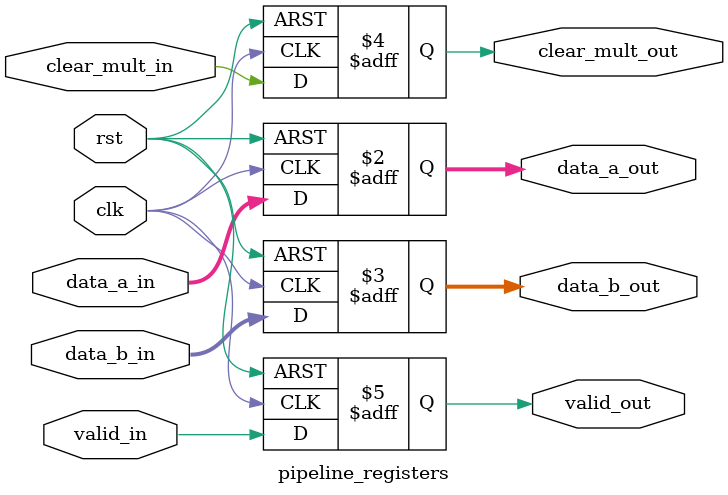
<source format=v>
module pipeline_registers (
    input wire clk,
    input wire rst,
    input wire [7:0] data_a_in,
    input wire [7:0] data_b_in,
    input wire clear_mult_in,
    input wire valid_in,
    
    output reg [7:0] data_a_out,
    output reg [7:0] data_b_out,
    output reg clear_mult_out,
    output reg valid_out
);

    always @(posedge clk or posedge rst) begin
        if (rst) begin
            data_a_out <= 8'b0;
            data_b_out <= 8'b0;
            clear_mult_out <= 1'b0;
            valid_out <= 1'b0;
        end else begin
            data_a_out <= data_a_in;
            data_b_out <= data_b_in;
            clear_mult_out <= clear_mult_in;
            valid_out <= valid_in;
        end
    end

endmodule 
</source>
